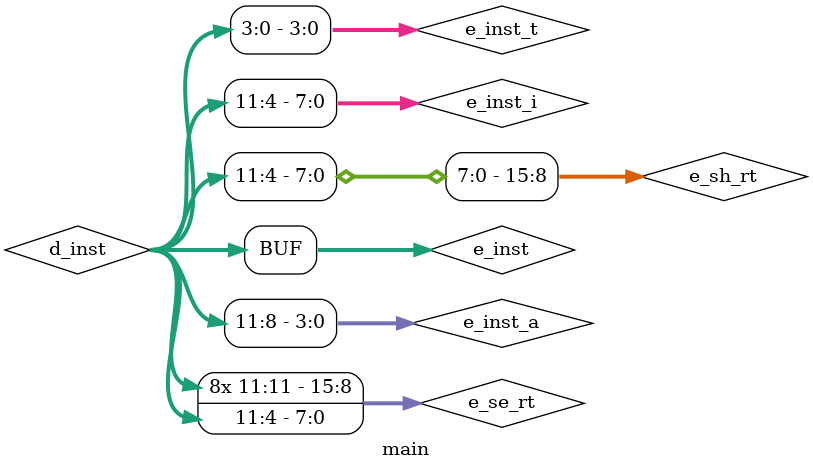
<source format=v>
`timescale 1ps/1ps

module main();

    initial begin
        $dumpfile("cpu.vcd");
        $dumpvars(0,main);
    end

    // clock
    wire clk;
    clock c0(clk);

    reg halt = 0;
    wire halt_in;

    counter ctr(halt,clk);

    always @(posedge clk) begin
        halt <= halt_in;
    end

    // memory
    wire [15:1] mem_raddr0;
    wire [15:0] mem_rdata0;
    wire [15:1] mem_raddr1;
    wire [15:0] mem_rdata1;
    wire [15:1] mem_waddr;
    wire [15:0] mem_wdata;
    wire mem_wen;
    mem mem(
        clk,
        mem_raddr0, mem_rdata0,
        mem_raddr1, mem_rdata1,
        mem_wen, mem_waddr, mem_wdata
    );

    // registers
    wire [3:0] reg_raddr0;
    wire [15:0] reg_rdata0;
    wire [3:0] reg_raddr1;
    wire [15:0] reg_rdata1;
    wire [3:0] reg_waddr;
    wire [15:0] reg_wdata;
    wire reg_wen;
    regs regs(
        clk,
        reg_raddr0, reg_rdata0,
        reg_raddr1, reg_rdata1,
        reg_wen, reg_waddr, reg_wdata
    );

    // control
    wire flush;
    wire stall0;
    wire stall1;

    // fetch
    reg f_valid = 0;
    wire f_valid_in;
    assign f_valid_in = ~flush;

    reg [15:1] f_pc = 15'h0000;
    wire [15:1] f_pc_next;
    wire [15:1] f_pc_in;
    assign f_pc_next = flush ? e_rbt[15:1] : f_pc + 1;
    assign f_pc_in = stall0 ? f_pc : f_pc_next;

    reg [15:1] f_oldpc;
    wire [15:1] f_oldpc_in;
    assign f_oldpc_in = stall0 ? f_oldpc : f_pc;

    assign mem_raddr0 = stall0 ? f_oldpc : f_pc;
    assign mem_raddr1 = e_ldp_bit1 ? e_ra[15:1] + 1 : e_ra[15:1];
    assign mem_wdata = e_rbt;
    assign mem_waddr = e_stp_bit ? e_ra[15:1] + 1 : e_ra[15:1];
    assign mem_wen = ((e_st | e_stp) & e_valid) & ~halt;

    reg [15:0] f_nextinst;
    wire [15:0] f_nextinst_in;
    assign f_nextinst_in = stall1 ? f_nextinst : mem_rdata0;

    wire [15:0] f_nextinst_out;
    assign f_nextinst_out = stall1 ? f_nextinst : mem_rdata0;

    reg [15:0] f_oldinst;
    wire [15:0] f_oldinstmux_in;
    wire [15:0] f_oldinst_in;
    assign f_oldinstmux_in = stall1 ? f_nextinst : mem_rdata0;
    assign f_oldinst_in = stall0 ? f_oldinst : f_oldinstmux_in;

    wire [15:0] f_inst_out;
    assign f_inst_out = stall0 ? f_oldinst : f_nextinst_out;

    always @(posedge clk) begin
        f_valid <= f_valid_in;
        f_pc <= f_pc_in;
        f_oldpc <= f_oldpc_in;
        f_oldinst <= f_oldinst_in;
        f_nextinst <= f_nextinst_in;
    end

    // decode
    reg d_valid = 0;
    wire d_valid_in;
    assign d_valid_in = f_valid & ~flush;

    reg [15:0] d_inst;
    wire [15:0] d_inst_in;
    assign d_inst_in = f_inst_out;

    wire [3:0] d_raddr1_in;
    assign d_raddr1_in = d_inst_in[15] ? d_inst_in[3:0] : d_inst_in[7:4];

    assign reg_raddr0 = d_inst_in[11:8];
    assign reg_raddr1 = e_stp_bit_in ? d_inst_in[3:0] + 1 : d_raddr1_in;
    assign reg_wdata = (e_ld_bit2 | e_ldp_bit2) ? mem_rdata1 : e_rt;
    assign reg_waddr = e_ldp_bit3 ? e_inst_t + 1 : e_inst_t;
    assign reg_wen = (((e_sub | e_se | e_sh) & e_valid) | (e_ld_bit2 | e_ldp_bit2)) & ~halt;

    always @(posedge clk) begin
        d_valid <= d_valid_in;
        d_inst <= d_inst_in;

        if (reg_wen & reg_waddr == 0) begin
            $write("%c", reg_wdata[7:0]);
        end
    end

    // execute
    reg e_valid = 0;
    wire e_valid_in;
    assign e_valid_in = d_valid & ~flush;

    wire [15:0] e_inst;
    assign e_inst = d_inst;

    wire e_sub;
    wire e_se;
    wire e_sh;
    wire e_jz;
    wire e_jnz;
    wire e_js;
    wire e_jns;
    wire e_ld;
    wire e_st;
    wire e_ldp;
    wire e_stp;
    assign e_sub = e_inst[15:12] == 4'b0000;
    assign e_se  = e_inst[15:12] == 4'b1000;
    assign e_sh  = e_inst[15:12] == 4'b1001;
    assign e_jz  = e_inst[15:12] == 4'b1110 & e_inst[7:4] == 4'b0000;
    assign e_jnz = e_inst[15:12] == 4'b1110 & e_inst[7:4] == 4'b0001;
    assign e_js  = e_inst[15:12] == 4'b1110 & e_inst[7:4] == 4'b0010;
    assign e_jns = e_inst[15:12] == 4'b1110 & e_inst[7:4] == 4'b0011;
    assign e_ld  = e_inst[15:12] == 4'b1111 & e_inst[7:4] == 4'b0000;
    assign e_st  = e_inst[15:12] == 4'b1111 & e_inst[7:4] == 4'b0001;
    assign e_ldp = e_inst[15:12] == 4'b1111 & e_inst[7:4] == 4'b0010;
    assign e_stp = e_inst[15:12] == 4'b1111 & e_inst[7:4] == 4'b0011;
    assign halt_in = e_valid & (e_inst === 16'hxxxx | (
        ~e_sub & ~e_se & ~e_sh
        & ~e_jz & ~e_jnz & ~e_js & ~e_jns
        & ~e_ld & ~e_st & ~e_ldp & ~e_stp
    ));

    reg e_wen = 0;
    wire e_wen_in;
    assign e_wen_in = reg_wen;

    reg [3:0] e_waddr;
    wire [3:0] e_waddr_in;
    assign e_waddr_in = reg_waddr;

    reg [15:0] e_wdata;
    wire [15:0] e_wdata_in;
    assign e_wdata_in = reg_wdata;

    wire [3:0] e_inst_a;
    assign e_inst_a = e_inst[11:8];

    wire [3:0] e_inst_bt_in;
    assign e_inst_bt_in = e_inst[15] ? e_inst[3:0] : e_inst[7:4];

    wire [3:0] e_inst_bt;
    assign e_inst_bt = e_stp_bit_in ? e_inst[3:0] + 1 : e_inst_bt_in;

    wire [7:0] e_inst_i;
    assign e_inst_i = e_inst[11:4];

    wire [3:0] e_inst_t;
    assign e_inst_t = e_inst[3:0];

    wire [15:0] e_ra;
    assign e_ra = e_inst_a == 0 ? 0 : (e_inst_a == e_waddr & e_wen ? e_wdata : reg_rdata0);

    wire [15:0] e_rbt;
    assign e_rbt = e_inst_bt == 0 ? 0 : (e_inst_bt == e_waddr & e_wen ? e_wdata : reg_rdata1);

    wire [15:0] e_sub_rt;
    assign e_sub_rt = e_ra - e_rbt;

    wire [15:0] e_se_rt;
    assign e_se_rt = { {8{e_inst_i[7]}}, e_inst_i };

    wire [15:0] e_sh_rt;
    assign e_sh_rt = { e_inst_i, e_rbt[7:0] };

    wire [15:0] e_rt;
    assign e_rt = e_sh ? e_sh_rt : (e_se ? e_se_rt : e_sub_rt);

    wire e_jmp;
    assign e_jmp = (
        (e_ra == 0 & e_jz)
        | (e_ra != 0 & e_jnz)
        | (e_ra < 0 & e_js)
        | (e_ra >= 0 & e_jns)
    );

    reg e_ld_bit1 = 0;
    reg e_ld_bit2 = 0;
    wire e_ld_bit1_in;
    wire e_ld_bit2_in;
    assign e_ld_bit1_in = (e_ld & e_valid) & ~e_ld_bit2;
    assign e_ld_bit2_in = e_ld_bit1 & ~e_ld_bit2;

    reg e_ldp_bit1 = 0;
    reg e_ldp_bit2 = 0;
    reg e_ldp_bit3 = 0;
    wire e_ldp_bit1_in;
    wire e_ldp_bit2_in;
    wire e_ldp_bit3_in;
    assign e_ldp_bit1_in = (e_ldp & e_valid) & ~e_ldp_bit3;
    assign e_ldp_bit2_in = e_ldp_bit1 & ~e_ldp_bit3;
    assign e_ldp_bit3_in = e_ldp_bit2 & ~e_ldp_bit3;

    reg e_stp_bit = 0;
    wire e_stp_bit_in;
    assign e_stp_bit_in = (e_stp & e_valid) & ~e_stp_bit;

    assign flush = e_jmp & e_valid;
    assign stall0 = e_ld_bit1_in | e_ldp_bit1_in | e_stp_bit_in;
    assign stall1 = e_ld_bit1 | e_ldp_bit1 | e_stp_bit;

    always @(posedge clk) begin
        e_valid <= e_valid_in;
        e_wen <= e_wen_in;
        e_waddr <= e_waddr_in;
        e_wdata <= e_wdata_in;
        e_ld_bit1 <= e_ld_bit1_in;
        e_ld_bit2 <= e_ld_bit2_in;
        e_ldp_bit1 <= e_ldp_bit1_in;
        e_ldp_bit2 <= e_ldp_bit2_in;
        e_ldp_bit3 <= e_ldp_bit3_in;
        e_stp_bit <= e_stp_bit_in;
    end

endmodule

</source>
